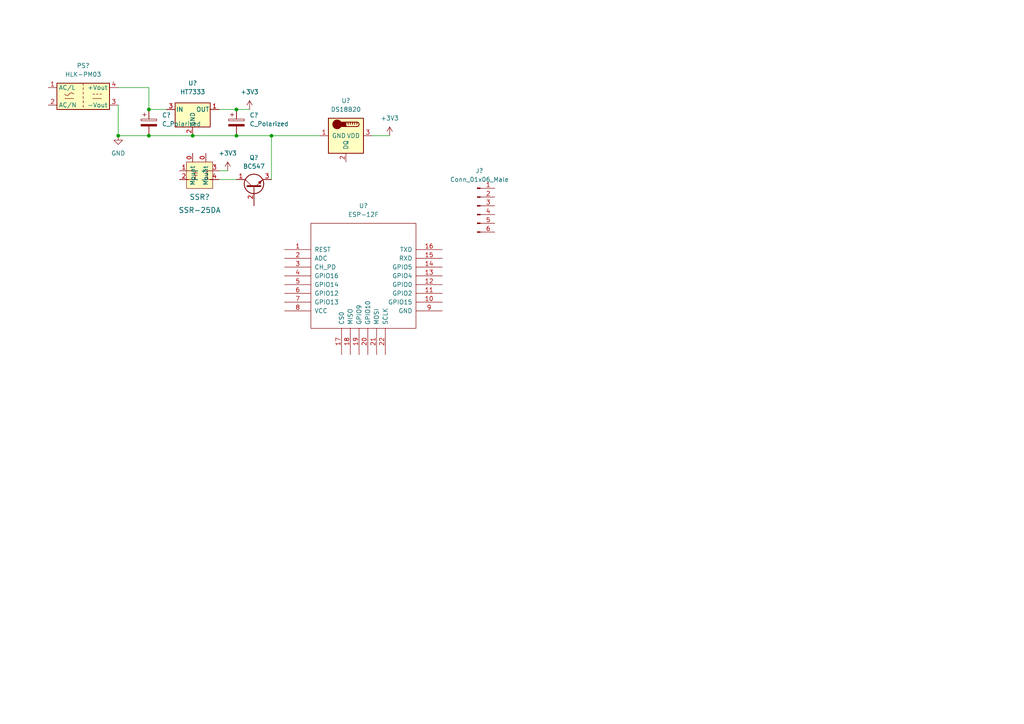
<source format=kicad_sch>
(kicad_sch (version 20211123) (generator eeschema)
  (paper "A4")
  (lib_symbols
    (symbol "AtticFan_Library:SSR-25DA" (pin_names (offset 1.016))
      (property "Reference" "SSR1" (at -12.7 -5.08 0))
      (property "Value" "SSR-25DA" (at -10.16 -2.54 0))
      (symbol "SSR-25DA_0_1"
        (polyline (pts (xy 1.397 2.54) (xy 2.667 2.54)))
        (polyline (pts (xy 2.667 1.905) (xy 1.397 1.905)))
        (polyline (pts (xy 5.207 1.27) (xy 7.112 1.27)))
        (polyline (pts (xy 7.112 3.81) (xy 5.207 3.81)))
        (polyline (pts (xy -0.508 1.27) (xy 2.032 1.27) (xy 2.032 1.905)))
        (polyline (pts (xy 2.032 2.54) (xy 2.032 3.81) (xy -0.508 3.81)))
        (arc (start 5.207 1.27) (mid 5.5121 1.5875) (end 5.207 1.905))
        (arc (start 5.207 1.905) (mid 5.5121 2.2225) (end 5.207 2.54))
        (arc (start 5.207 2.54) (mid 5.5121 2.8575) (end 5.207 3.175))
        (arc (start 5.207 3.175) (mid 5.5121 3.4925) (end 5.207 3.81))
        (rectangle (start 7.112 -1.27) (end -0.508 6.35) (fill (type background)))
      )
      (symbol "SSR-25DA_1_1"
        (pin power_in line (at 1.27 -3.81 90) (length 2.54) (name "Mount") (number "0"))
        (pin power_in line (at 5.08 -3.81 90) (length 2.54) (name "Mount") (number "0"))
        (pin power_out line (at -2.54 1.27 0) (length 2.54) (name "~~") (number "1"))
        (pin power_in line (at -2.54 3.81 0) (length 2.54) (name "~~") (number "2"))
        (pin power_in line (at 8.89 1.27 180) (length 2.54) (name "+") (number "3"))
        (pin power_in line (at 8.89 3.81 180) (length 2.54) (name "-") (number "4"))
      )
    )
    (symbol "Connector:Conn_01x06_Male" (pin_names (offset 1.016) hide)
      (property "Reference" "J" (at 0 7.62 0))
      (property "Value" "Conn_01x06_Male" (at 0 -10.16 0))
      (symbol "Conn_01x06_Male_1_1"
        (polyline (pts (xy 1.27 -7.62) (xy 0.8636 -7.62)) (stroke (width 0.1524)))
        (polyline (pts (xy 1.27 -5.08) (xy 0.8636 -5.08)) (stroke (width 0.1524)))
        (polyline (pts (xy 1.27 -2.54) (xy 0.8636 -2.54)) (stroke (width 0.1524)))
        (polyline (pts (xy 1.27 0) (xy 0.8636 0)) (stroke (width 0.1524)))
        (polyline (pts (xy 1.27 2.54) (xy 0.8636 2.54)) (stroke (width 0.1524)))
        (polyline (pts (xy 1.27 5.08) (xy 0.8636 5.08)) (stroke (width 0.1524)))
        (rectangle (start 0.8636 -7.493) (end 0 -7.747) (stroke (width 0.1524)) (fill (type outline)))
        (rectangle (start 0.8636 -4.953) (end 0 -5.207) (stroke (width 0.1524)) (fill (type outline)))
        (rectangle (start 0.8636 -2.413) (end 0 -2.667) (stroke (width 0.1524)) (fill (type outline)))
        (rectangle (start 0.8636 0.127) (end 0 -0.127) (stroke (width 0.1524)) (fill (type outline)))
        (rectangle (start 0.8636 2.667) (end 0 2.413) (stroke (width 0.1524)) (fill (type outline)))
        (rectangle (start 0.8636 5.207) (end 0 4.953) (stroke (width 0.1524)) (fill (type outline)))
        (pin passive line (at 5.08 5.08 180) (length 3.81) (name "Pin_1") (number "1"))
        (pin passive line (at 5.08 2.54 180) (length 3.81) (name "Pin_2") (number "2"))
        (pin passive line (at 5.08 0 180) (length 3.81) (name "Pin_3") (number "3"))
        (pin passive line (at 5.08 -2.54 180) (length 3.81) (name "Pin_4") (number "4"))
        (pin passive line (at 5.08 -5.08 180) (length 3.81) (name "Pin_5") (number "5"))
        (pin passive line (at 5.08 -7.62 180) (length 3.81) (name "Pin_6") (number "6"))
      )
    )
    (symbol "Converter_ACDC:HLK-PM03"
      (property "Reference" "PS" (at 0 5.08 0))
      (property "Value" "HLK-PM03" (at 0 -5.08 0))
      (symbol "HLK-PM03_0_1"
        (rectangle (start -7.62 3.81) (end 7.62 -3.81) (stroke (width 0.254)) (fill (type background)))
        (arc (start -5.334 0.635) (mid -4.699 0.2495) (end -4.064 0.635))
        (arc (start -2.794 0.635) (mid -3.429 1.0072) (end -4.064 0.635))
        (polyline (pts (xy -5.334 -0.635) (xy -2.794 -0.635)))
        (polyline (pts (xy 0 -2.54) (xy 0 -3.175)))
        (polyline (pts (xy 0 -1.27) (xy 0 -1.905)))
        (polyline (pts (xy 0 0) (xy 0 -0.635)))
        (polyline (pts (xy 0 1.27) (xy 0 0.635)))
        (polyline (pts (xy 0 2.54) (xy 0 1.905)))
        (polyline (pts (xy 0 3.81) (xy 0 3.175)))
        (polyline (pts (xy 2.794 -0.635) (xy 5.334 -0.635)))
        (polyline (pts (xy 2.794 0.635) (xy 3.302 0.635)))
        (polyline (pts (xy 3.81 0.635) (xy 4.318 0.635)))
        (polyline (pts (xy 4.826 0.635) (xy 5.334 0.635)))
      )
      (symbol "HLK-PM03_1_1"
        (pin power_in line (at -10.16 2.54 0) (length 2.54) (name "AC/L") (number "1"))
        (pin power_in line (at -10.16 -2.54 0) (length 2.54) (name "AC/N") (number "2"))
        (pin power_out line (at 10.16 -2.54 180) (length 2.54) (name "-Vout") (number "3"))
        (pin power_out line (at 10.16 2.54 180) (length 2.54) (name "+Vout") (number "4"))
      )
    )
    (symbol "Device:C_Polarized" (pin_numbers hide) (pin_names (offset 0.254))
      (property "Reference" "C" (at 0.635 2.54 0))
      (property "Value" "C_Polarized" (at 0.635 -2.54 0))
      (symbol "C_Polarized_0_1"
        (rectangle (start -2.286 0.508) (end 2.286 1.016))
        (polyline (pts (xy -1.778 2.286) (xy -0.762 2.286)))
        (polyline (pts (xy -1.27 2.794) (xy -1.27 1.778)))
        (rectangle (start 2.286 -0.508) (end -2.286 -1.016) (fill (type outline)))
      )
      (symbol "C_Polarized_1_1"
        (pin passive line (at 0 3.81 270) (length 2.794) (name "~") (number "1"))
        (pin passive line (at 0 -3.81 90) (length 2.794) (name "~") (number "2"))
      )
    )
    (symbol "ESP8266-git:ESP-12F" (pin_names (offset 1.016))
      (property "Reference" "U" (at 0 -2.54 0))
      (property "Value" "ESP-12F" (at 0 2.54 0))
      (symbol "ESP-12F_1_0"
        (rectangle (start -15.24 -15.24) (end 15.24 15.24))
      )
      (symbol "ESP-12F_1_1"
        (pin input line (at -22.86 7.62 0) (length 7.62) (name "REST") (number "1"))
        (pin bidirectional line (at 22.86 -7.62 180) (length 7.62) (name "GPIO15") (number "10"))
        (pin bidirectional line (at 22.86 -5.08 180) (length 7.62) (name "GPIO2") (number "11"))
        (pin bidirectional line (at 22.86 -2.54 180) (length 7.62) (name "GPIO0") (number "12"))
        (pin bidirectional line (at 22.86 0 180) (length 7.62) (name "GPIO4") (number "13"))
        (pin bidirectional line (at 22.86 2.54 180) (length 7.62) (name "GPIO5") (number "14"))
        (pin input line (at 22.86 5.08 180) (length 7.62) (name "RXD") (number "15"))
        (pin output line (at 22.86 7.62 180) (length 7.62) (name "TXD") (number "16"))
        (pin bidirectional line (at -6.35 -22.86 90) (length 7.62) (name "CS0") (number "17"))
        (pin bidirectional line (at -3.81 -22.86 90) (length 7.62) (name "MISO") (number "18"))
        (pin bidirectional line (at -1.27 -22.86 90) (length 7.62) (name "GPIO9") (number "19"))
        (pin passive line (at -22.86 5.08 0) (length 7.62) (name "ADC") (number "2"))
        (pin bidirectional line (at 1.27 -22.86 90) (length 7.62) (name "GPIO10") (number "20"))
        (pin bidirectional line (at 3.81 -22.86 90) (length 7.62) (name "MOSI") (number "21"))
        (pin bidirectional line (at 6.35 -22.86 90) (length 7.62) (name "SCLK") (number "22"))
        (pin input line (at -22.86 2.54 0) (length 7.62) (name "CH_PD") (number "3"))
        (pin bidirectional line (at -22.86 0 0) (length 7.62) (name "GPIO16") (number "4"))
        (pin bidirectional line (at -22.86 -2.54 0) (length 7.62) (name "GPIO14") (number "5"))
        (pin bidirectional line (at -22.86 -5.08 0) (length 7.62) (name "GPIO12") (number "6"))
        (pin bidirectional line (at -22.86 -7.62 0) (length 7.62) (name "GPIO13") (number "7"))
        (pin power_in line (at -22.86 -10.16 0) (length 7.62) (name "VCC") (number "8"))
        (pin power_in line (at 22.86 -10.16 180) (length 7.62) (name "GND") (number "9"))
      )
    )
    (symbol "Regulator_Linear:L78L33_SOT89" (pin_names (offset 0.254))
      (property "Reference" "U" (at -3.81 3.175 0))
      (property "Value" "L78L33_SOT89" (at -0.635 3.175 0))
      (symbol "L78L33_SOT89_0_1"
        (rectangle (start -5.08 1.905) (end 5.08 -5.08) (stroke (width 0.254)) (fill (type background)))
      )
      (symbol "L78L33_SOT89_1_1"
        (pin power_out line (at 7.62 0 180) (length 2.54) (name "OUT") (number "1"))
        (pin power_in line (at 0 -7.62 90) (length 2.54) (name "GND") (number "2"))
        (pin power_in line (at -7.62 0 0) (length 2.54) (name "IN") (number "3"))
      )
    )
    (symbol "Sensor_Temperature:DS18B20" (pin_names (offset 1.016))
      (property "Reference" "U" (at -3.81 6.35 0))
      (property "Value" "DS18B20" (at 6.35 6.35 0))
      (symbol "DS18B20_0_1"
        (rectangle (start -5.08 5.08) (end 5.08 -5.08) (stroke (width 0.254)) (fill (type background)))
        (circle (center -3.302 -2.54) (radius 1.27) (stroke (width 0.254)) (fill (type outline)))
        (rectangle (start -2.667 -1.905) (end -3.937 0) (stroke (width 0.254)) (fill (type outline)))
        (arc (start -2.667 3.175) (mid -3.302 3.81) (end -3.937 3.175) (stroke (width 0.254)))
        (polyline (pts (xy -3.937 0.635) (xy -3.302 0.635)) (stroke (width 0.254)))
        (polyline (pts (xy -3.937 1.27) (xy -3.302 1.27)) (stroke (width 0.254)))
        (polyline (pts (xy -3.937 1.905) (xy -3.302 1.905)) (stroke (width 0.254)))
        (polyline (pts (xy -3.937 2.54) (xy -3.302 2.54)) (stroke (width 0.254)))
        (polyline (pts (xy -3.937 3.175) (xy -3.937 0)) (stroke (width 0.254)))
        (polyline (pts (xy -3.937 3.175) (xy -3.302 3.175)) (stroke (width 0.254)))
        (polyline (pts (xy -2.667 3.175) (xy -2.667 0)) (stroke (width 0.254)))
      )
      (symbol "DS18B20_1_1"
        (pin power_in line (at 0 -7.62 90) (length 2.54) (name "GND") (number "1"))
        (pin bidirectional line (at 7.62 0 180) (length 2.54) (name "DQ") (number "2"))
        (pin power_in line (at 0 7.62 270) (length 2.54) (name "VDD") (number "3"))
      )
    )
    (symbol "Transistor_BJT:BC547" (pin_names (offset 0) hide)
      (property "Reference" "Q" (at 5.08 1.905 0))
      (property "Value" "BC547" (at 5.08 0 0))
      (symbol "BC547_0_1"
        (polyline (pts (xy 0 0) (xy 0.635 0)))
        (polyline (pts (xy 0.635 0.635) (xy 2.54 2.54)))
        (polyline (pts (xy 0.635 -0.635) (xy 2.54 -2.54) (xy 2.54 -2.54)))
        (polyline (pts (xy 0.635 1.905) (xy 0.635 -1.905) (xy 0.635 -1.905)) (stroke (width 0.508)))
        (polyline (pts (xy 1.27 -1.778) (xy 1.778 -1.27) (xy 2.286 -2.286) (xy 1.27 -1.778) (xy 1.27 -1.778)) (fill (type outline)))
        (circle (center 1.27 0) (radius 2.8194) (stroke (width 0.254)))
      )
      (symbol "BC547_1_1"
        (pin passive line (at 2.54 5.08 270) (length 2.54) (name "C") (number "1"))
        (pin input line (at -5.08 0 0) (length 5.08) (name "B") (number "2"))
        (pin passive line (at 2.54 -5.08 90) (length 2.54) (name "E") (number "3"))
      )
    )
    (symbol "power:+3V3" (power) (pin_names (offset 0))
      (property "Value" "+3V3" (at 0 3.556 0))
      (symbol "+3V3_0_1"
        (polyline (pts (xy -0.762 1.27) (xy 0 2.54)))
        (polyline (pts (xy 0 0) (xy 0 2.54)))
        (polyline (pts (xy 0 2.54) (xy 0.762 1.27)))
      )
      (symbol "+3V3_1_1"
        (pin power_in line (at 0 0 90) (length 0) hide (name "+3V3") (number "1"))
      )
    )
    (symbol "power:GND" (power) (pin_names (offset 0))
      (property "Value" "GND" (at 0 -3.81 0))
      (symbol "GND_0_1"
        (polyline (pts (xy 0 0) (xy 0 -1.27) (xy 1.27 -1.27) (xy 0 -2.54) (xy -1.27 -1.27) (xy 0 -1.27)))
      )
      (symbol "GND_1_1"
        (pin power_in line (at 0 0 270) (length 0) hide (name "GND") (number "1"))
      )
    )
  )
  (junction (at 68.58 39.37))
  (junction (at 68.58 31.75))
  (junction (at 34.29 39.37))
  (junction (at 43.18 31.75))
  (junction (at 78.74 39.37))
  (junction (at 43.18 39.37))
  (junction (at 55.88 39.37))
  (wire (pts (xy 55.88 39.37) (xy 68.58 39.37)))
  (wire (pts (xy 34.29 25.4) (xy 43.18 25.4)))
  (wire (pts (xy 78.74 39.37) (xy 78.74 52.07)))
  (wire (pts (xy 43.18 39.37) (xy 55.88 39.37)))
  (wire (pts (xy 68.58 39.37) (xy 78.74 39.37)))
  (wire (pts (xy 78.74 39.37) (xy 92.71 39.37)))
  (wire (pts (xy 34.29 30.48) (xy 34.29 39.37)))
  (wire (pts (xy 63.5 52.07) (xy 68.58 52.07)))
  (wire (pts (xy 107.95 39.37) (xy 113.03 39.37)))
  (wire (pts (xy 43.18 31.75) (xy 48.26 31.75)))
  (wire (pts (xy 68.58 31.75) (xy 72.39 31.75)))
  (wire (pts (xy 34.29 39.37) (xy 43.18 39.37)))
  (wire (pts (xy 43.18 25.4) (xy 43.18 31.75)))
  (wire (pts (xy 63.5 49.53) (xy 66.04 49.53)))
  (wire (pts (xy 63.5 31.75) (xy 68.58 31.75)))
  (symbol (lib_id "ESP8266-git:ESP-12F") (at 105.41 80.01 0) (unit 1)
    (property "Reference" "U?" (at 105.41 59.69 0))
    (property "Value" "ESP-12F" (at 105.41 62.23 0))
    (property "Datasheet" "http://l0l.org.uk/2014/12/esp8266-modules-hardware-guide-gotta-catch-em-all/" (effects hide))
  )
  (symbol (lib_id "Device:C_Polarized") (at 43.18 35.56 0) (unit 1)
    (property "Reference" "C?" (at 46.99 33.4009 0) (effects (justify left)))
    (property "Value" "C_Polarized" (at 46.99 35.9409 0) (effects (justify left)))
  )
  (symbol (lib_id "Connector:Conn_01x06_Male") (at 138.43 59.69 0) (unit 1)
    (property "Reference" "J?" (at 139.065 49.53 0))
    (property "Value" "Conn_01x06_Male" (at 139.065 52.07 0))
  )
  (symbol (lib_id "Converter_ACDC:HLK-PM03") (at 24.13 27.94 0) (unit 1)
    (property "Reference" "PS?" (at 24.13 19.05 0))
    (property "Value" "HLK-PM03" (at 24.13 21.59 0))
    (property "Footprint" "Converter_ACDC:Converter_ACDC_HiLink_HLK-PMxx" (effects hide))
    (property "Datasheet" "http://www.hlktech.net/product_detail.php?ProId=59" (effects hide))
  )
  (symbol (lib_id "AtticFan_Library:SSR-25DA") (at 54.61 48.26 0) (mirror x) (unit 1)
    (property "Reference" "SSR?" (at 57.912 57.15 0) (effects (font (size 1.524 1.524))))
    (property "Value" "SSR-25DA" (at 57.912 60.96 0) (effects (font (size 1.524 1.524))))
    (property "Footprint" "My_FootPrint_Library:SSR-25 DA" (effects hide))
    (property "Datasheet" "https://cotorelay.com/wp-content/uploads/2014/09/9007_series_reed_relay_datasheet.pdf" (effects hide))
    (property "Digi-Key_PN" "306-1062-ND" (effects hide))
    (property "MPN" "9007-05-00" (effects hide))
    (property "Category" "Relays" (effects hide))
    (property "Family" "Reed Relays" (effects hide))
    (property "DK_Datasheet_Link" "https://cotorelay.com/wp-content/uploads/2014/09/9007_series_reed_relay_datasheet.pdf" (effects hide))
    (property "DK_Detail_Page" "/product-detail/en/coto-technology/9007-05-00/306-1062-ND/301696" (effects hide))
    (property "Description" "RELAY REED SPST 500MA 5V" (effects hide))
    (property "Manufacturer" "Coto Technology" (effects hide))
    (property "Status" "Active" (effects hide))
  )
  (symbol (lib_id "power:+3V3") (at 72.39 31.75 0) (unit 1)
    (property "Reference" "#PWR?" (effects hide))
    (property "Value" "+3V3" (at 72.39 26.67 0))
  )
  (symbol (lib_id "Sensor_Temperature:DS18B20") (at 100.33 39.37 270) (unit 1)
    (property "Reference" "U?" (at 100.33 29.21 90))
    (property "Value" "DS18B20" (at 100.33 31.75 90))
    (property "Footprint" "Package_TO_SOT_THT:TO-92_Inline" (effects hide))
    (property "Datasheet" "http://datasheets.maximintegrated.com/en/ds/DS18B20.pdf" (effects hide))
  )
  (symbol (lib_id "Regulator_Linear:L78L33_SOT89") (at 55.88 31.75 0) (unit 1)
    (property "Reference" "U?" (at 55.88 24.13 0))
    (property "Value" "HT7333" (at 55.88 26.67 0))
    (property "Footprint" "Package_TO_SOT_SMD:SOT-89-3_Handsoldering" (effects hide))
    (property "Datasheet" "http://www.st.com/content/ccc/resource/technical/document/datasheet/15/55/e5/aa/23/5b/43/fd/CD00000446.pdf/files/CD00000446.pdf/jcr:content/translations/en.CD00000446.pdf" (effects hide))
  )
  (symbol (lib_id "power:GND") (at 34.29 39.37 0) (unit 1)
    (property "Reference" "#PWR?" (effects hide))
    (property "Value" "GND" (at 34.29 44.45 0))
  )
  (symbol (lib_id "power:+3V3") (at 66.04 49.53 0) (unit 1)
    (property "Reference" "#PWR?" (effects hide))
    (property "Value" "+3V3" (at 66.04 44.45 0))
  )
  (symbol (lib_id "Device:C_Polarized") (at 68.58 35.56 0) (unit 1)
    (property "Reference" "C?" (at 72.39 33.4009 0) (effects (justify left)))
    (property "Value" "C_Polarized" (at 72.39 35.9409 0) (effects (justify left)))
  )
  (symbol (lib_id "power:+3V3") (at 113.03 39.37 0) (unit 1)
    (property "Reference" "#PWR?" (effects hide))
    (property "Value" "+3V3" (at 113.03 34.29 0))
  )
  (symbol (lib_id "Transistor_BJT:BC547") (at 73.66 54.61 90) (unit 1)
    (property "Reference" "Q?" (at 73.66 45.72 90))
    (property "Value" "BC547" (at 73.66 48.26 90))
    (property "Footprint" "Package_TO_SOT_THT:TO-92_Inline" (effects hide))
    (property "Datasheet" "https://www.onsemi.com/pub/Collateral/BC550-D.pdf" (effects hide))
  )
)
</source>
